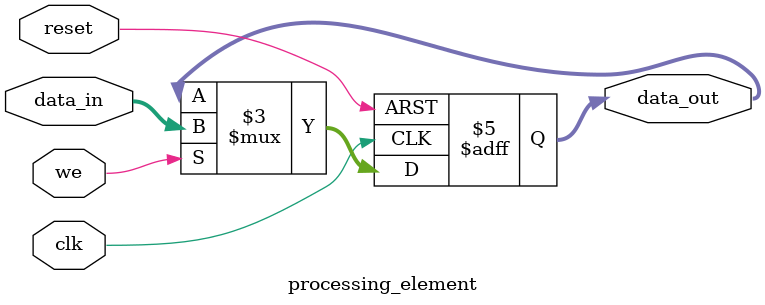
<source format=v>

module top_system (
    input  wire clk,
    input  wire reset
);

    // -------------- Parameters ------------------
    localparam integer NUM_PE = 25;
    localparam integer DATA_WIDTH = 8;
    localparam integer ADDR_WIDTH = 5; // log2(32) > 25

    // -------------- Wires -----------------------
    wire [ADDR_WIDTH-1:0] addr;
    wire [DATA_WIDTH-1:0] mem_data_out;
    wire [NUM_PE-1:0]     we_lines;
    wire [DATA_WIDTH-1:0] pe_out [0:NUM_PE-1];

    //======================================================
    // Address counter 0..24
    //======================================================
    counter_0_to_24 counter_inst (
        .clk(clk),
        .reset(reset),
        .addr(addr)
    );

    //======================================================
    // Memory 25 x 8-bit
    //======================================================
    simple_memory memory_inst (
        .clk(clk),
        .addr(addr),
        .data_out(mem_data_out)
    );

    //======================================================
    // 5-to-25 decoder (one-hot)
    //======================================================
    decoder_5_to_25 decoder_inst (
        .addr(addr),
        .one_hot(we_lines)
    );

    //======================================================
    // Instantiate 25 PEs
    //======================================================
    genvar i;
    generate
        for (i = 0; i < NUM_PE; i = i + 1) begin : PE_ARRAY
            processing_element pe_inst (
                .clk(clk),
                .reset(reset),
                .we(we_lines[i]),          // write enable from decoder
                .data_in(mem_data_out),    // shared 8-bit bus
                .data_out(pe_out[i])
            );
        end
    endgenerate

endmodule



//======================================================
// Counter: counts 0 → 24 then wraps
//======================================================

module counter_0_to_24 (
    input  wire clk,
    input  wire reset,
    output reg  [4:0] addr
);

    always @(posedge clk or posedge reset) begin
        if (reset)
            addr <= 5'd0;
        else if (addr == 5'd24)
            addr <= 5'd0;
        else
            addr <= addr + 1'b1;
    end

endmodule



//======================================================
// Simple memory: 25 x 8-bit ROM or RAM
//======================================================

module simple_memory (
    input  wire clk,
    input  wire [4:0] addr,
    output reg  [7:0] data_out
);

    reg [7:0] mem_array [0:24];

    integer i;

    // Optional: initialize memory contents
    initial begin
        for (i = 0; i < 25; i = i + 1) begin
            mem_array[i] = i; // example data pattern
        end
    end

    always @(posedge clk) begin
        data_out <= mem_array[addr];
    end

endmodule



//======================================================
// 5-to-25 Decoder (one-hot output)
//======================================================

module decoder_5_to_25 (
    input  wire [4:0] addr,
    output reg  [24:0] one_hot
);

    always @(*) begin
        one_hot = 25'd0;
        if (addr < 25)
            one_hot[addr] = 1'b1;
    end

endmodule



//======================================================
// Processing Element
// Stores 8-bit input when WE = 1
//======================================================

module processing_element (
    input  wire clk,
    input  wire reset,
    input  wire we,
    input  wire [7:0] data_in,
    output reg  [7:0] data_out
);

    always @(posedge clk or posedge reset) begin
        if (reset)
            data_out <= 8'd0;
        else if (we)
            data_out <= data_in;
    end

endmodule

</source>
